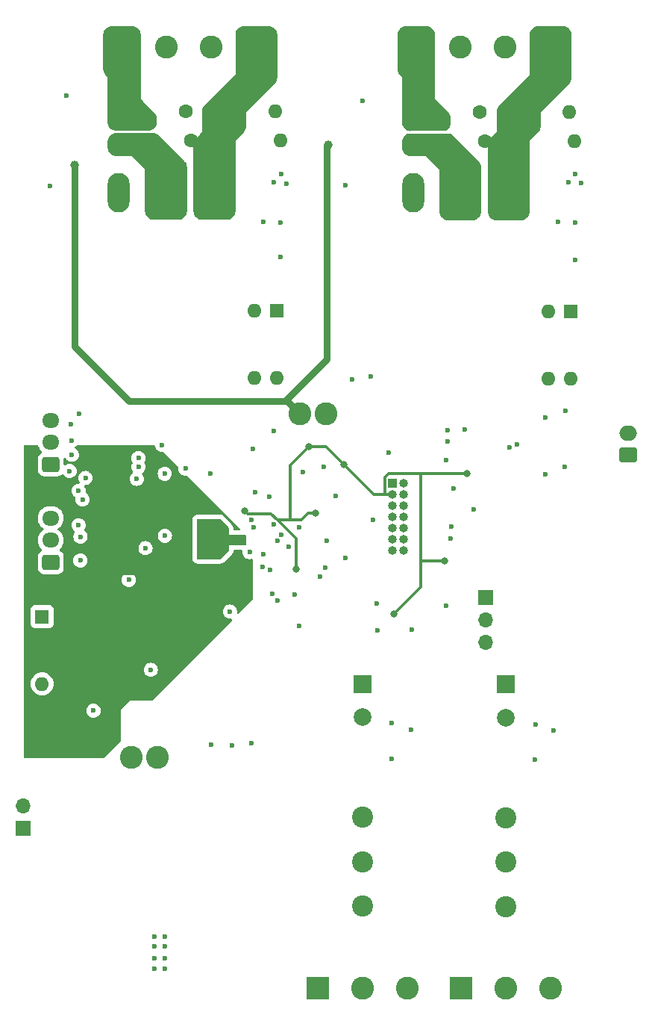
<source format=gbr>
%TF.GenerationSoftware,KiCad,Pcbnew,8.0.9-8.0.9-0~ubuntu24.04.1*%
%TF.CreationDate,2025-02-26T12:07:29+01:00*%
%TF.ProjectId,TempControllerMainBoard,54656d70-436f-46e7-9472-6f6c6c65724d,rev?*%
%TF.SameCoordinates,Original*%
%TF.FileFunction,Copper,L3,Inr*%
%TF.FilePolarity,Positive*%
%FSLAX46Y46*%
G04 Gerber Fmt 4.6, Leading zero omitted, Abs format (unit mm)*
G04 Created by KiCad (PCBNEW 8.0.9-8.0.9-0~ubuntu24.04.1) date 2025-02-26 12:07:29*
%MOMM*%
%LPD*%
G01*
G04 APERTURE LIST*
G04 Aperture macros list*
%AMRoundRect*
0 Rectangle with rounded corners*
0 $1 Rounding radius*
0 $2 $3 $4 $5 $6 $7 $8 $9 X,Y pos of 4 corners*
0 Add a 4 corners polygon primitive as box body*
4,1,4,$2,$3,$4,$5,$6,$7,$8,$9,$2,$3,0*
0 Add four circle primitives for the rounded corners*
1,1,$1+$1,$2,$3*
1,1,$1+$1,$4,$5*
1,1,$1+$1,$6,$7*
1,1,$1+$1,$8,$9*
0 Add four rect primitives between the rounded corners*
20,1,$1+$1,$2,$3,$4,$5,0*
20,1,$1+$1,$4,$5,$6,$7,0*
20,1,$1+$1,$6,$7,$8,$9,0*
20,1,$1+$1,$8,$9,$2,$3,0*%
G04 Aperture macros list end*
%TA.AperFunction,ComponentPad*%
%ADD10R,1.600000X1.600000*%
%TD*%
%TA.AperFunction,ComponentPad*%
%ADD11O,1.600000X1.600000*%
%TD*%
%TA.AperFunction,ComponentPad*%
%ADD12C,2.600000*%
%TD*%
%TA.AperFunction,ComponentPad*%
%ADD13C,1.600000*%
%TD*%
%TA.AperFunction,ComponentPad*%
%ADD14RoundRect,0.250000X0.725000X-0.600000X0.725000X0.600000X-0.725000X0.600000X-0.725000X-0.600000X0*%
%TD*%
%TA.AperFunction,ComponentPad*%
%ADD15O,1.950000X1.700000*%
%TD*%
%TA.AperFunction,ComponentPad*%
%ADD16C,2.400000*%
%TD*%
%TA.AperFunction,ComponentPad*%
%ADD17R,2.000000X2.000000*%
%TD*%
%TA.AperFunction,ComponentPad*%
%ADD18C,2.000000*%
%TD*%
%TA.AperFunction,ComponentPad*%
%ADD19R,1.700000X1.700000*%
%TD*%
%TA.AperFunction,ComponentPad*%
%ADD20O,1.700000X1.700000*%
%TD*%
%TA.AperFunction,ComponentPad*%
%ADD21RoundRect,0.250000X0.750000X-0.600000X0.750000X0.600000X-0.750000X0.600000X-0.750000X-0.600000X0*%
%TD*%
%TA.AperFunction,ComponentPad*%
%ADD22O,2.000000X1.700000*%
%TD*%
%TA.AperFunction,ComponentPad*%
%ADD23R,2.600000X2.600000*%
%TD*%
%TA.AperFunction,ComponentPad*%
%ADD24C,0.600000*%
%TD*%
%TA.AperFunction,ComponentPad*%
%ADD25R,1.000000X1.000000*%
%TD*%
%TA.AperFunction,ComponentPad*%
%ADD26O,1.000000X1.000000*%
%TD*%
%TA.AperFunction,ComponentPad*%
%ADD27R,2.500000X4.500000*%
%TD*%
%TA.AperFunction,ComponentPad*%
%ADD28O,2.500000X4.500000*%
%TD*%
%TA.AperFunction,ViaPad*%
%ADD29C,0.600000*%
%TD*%
%TA.AperFunction,ViaPad*%
%ADD30C,0.800000*%
%TD*%
%TA.AperFunction,ViaPad*%
%ADD31C,0.750000*%
%TD*%
%TA.AperFunction,ViaPad*%
%ADD32C,1.000000*%
%TD*%
%TA.AperFunction,Conductor*%
%ADD33C,0.300000*%
%TD*%
%TA.AperFunction,Conductor*%
%ADD34C,0.800000*%
%TD*%
G04 APERTURE END LIST*
D10*
%TO.N,Net-(R35-Pad2)*%
%TO.C,U4*%
X125675000Y-97300000D03*
D11*
%TO.N,Net-(Q13-C)*%
X123135000Y-97300000D03*
%TO.N,GND*%
X123135000Y-104920000D03*
%TO.N,/CH1_ZCD*%
X125675000Y-104920000D03*
%TD*%
D12*
%TO.N,+5V*%
%TO.C,L2*%
X131300000Y-109000000D03*
%TO.N,+5VA*%
X128300000Y-109000000D03*
%TD*%
D13*
%TO.N,/PowerOutout1/Main_L*%
%TO.C,R10*%
X149320000Y-78030000D03*
D11*
%TO.N,Net-(D17-K)*%
X159480000Y-78030000D03*
%TD*%
D14*
%TO.N,Net-(J7-Pin_1)*%
%TO.C,J7*%
X100050000Y-125800000D03*
D15*
%TO.N,Net-(J7-Pin_2)*%
X100050000Y-123300000D03*
%TO.N,GNDA*%
X100050000Y-120800000D03*
%TD*%
D14*
%TO.N,Net-(J6-Pin_1)*%
%TO.C,J6*%
X100050000Y-114700000D03*
D15*
%TO.N,Net-(J6-Pin_2)*%
X100050000Y-112200000D03*
%TO.N,GNDA*%
X100050000Y-109700000D03*
%TD*%
D16*
%TO.N,Net-(J5-Pin_1)*%
%TO.C,K1*%
X135450000Y-159760000D03*
%TO.N,Net-(J5-Pin_3)*%
X135450000Y-154720000D03*
%TO.N,Net-(J5-Pin_2)*%
X135450000Y-164800000D03*
D17*
%TO.N,+5V*%
X135450000Y-139600000D03*
D18*
%TO.N,Net-(D6-A)*%
X135450000Y-143380000D03*
%TD*%
D19*
%TO.N,/USART1_RX_PB15*%
%TO.C,J2*%
X149425000Y-129785000D03*
D20*
%TO.N,/USART1_TX_PB14*%
X149425000Y-132325000D03*
%TO.N,GND*%
X149425000Y-134865000D03*
%TD*%
D21*
%TO.N,/CANBus/CAN-*%
%TO.C,J9*%
X165550000Y-113650000D03*
D22*
%TO.N,/CANBus/CAN+*%
X165550000Y-111150000D03*
%TD*%
D23*
%TO.N,Net-(J5-Pin_1)*%
%TO.C,J5*%
X130365000Y-174050000D03*
D12*
%TO.N,Net-(J5-Pin_2)*%
X135445000Y-174050000D03*
%TO.N,Net-(J5-Pin_3)*%
X140525000Y-174050000D03*
%TD*%
D23*
%TO.N,Net-(J11-Pin_1)*%
%TO.C,J11*%
X146615000Y-174080000D03*
D12*
%TO.N,Net-(J11-Pin_2)*%
X151695000Y-174080000D03*
%TO.N,Net-(J11-Pin_3)*%
X156775000Y-174080000D03*
%TD*%
D16*
%TO.N,Net-(J11-Pin_1)*%
%TO.C,K2*%
X151700000Y-159790000D03*
%TO.N,Net-(J11-Pin_3)*%
X151700000Y-154750000D03*
%TO.N,Net-(J11-Pin_2)*%
X151700000Y-164830000D03*
D17*
%TO.N,+5V*%
X151700000Y-139630000D03*
D18*
%TO.N,Net-(D12-A)*%
X151700000Y-143410000D03*
%TD*%
D23*
%TO.N,/PowerOutout/Main_L_Detect*%
%TO.C,J3*%
X108060000Y-67400000D03*
D12*
%TO.N,/PowerOutout/Main_N*%
X113140000Y-67400000D03*
X118220000Y-67400000D03*
%TO.N,/PowerOutout/Main_L*%
X123300000Y-67400000D03*
%TD*%
D13*
%TO.N,/PowerOutout1/Main_N*%
%TO.C,R11*%
X148740000Y-74730000D03*
D11*
%TO.N,Net-(D15-A)*%
X158900000Y-74730000D03*
%TD*%
D19*
%TO.N,Net-(J10-Pin_1)*%
%TO.C,J10*%
X96900000Y-155975000D03*
D20*
%TO.N,GND*%
X96900000Y-153435000D03*
%TD*%
D10*
%TO.N,Net-(R36-Pad2)*%
%TO.C,U7*%
X159075000Y-97330000D03*
D11*
%TO.N,Net-(Q14-C)*%
X156535000Y-97330000D03*
%TO.N,GND*%
X156535000Y-104950000D03*
%TO.N,/CH2_ZCD*%
X159075000Y-104950000D03*
%TD*%
D10*
%TO.N,Net-(D8-K)*%
%TO.C,D8*%
X99055000Y-131965000D03*
D11*
%TO.N,Net-(D8-A)*%
X99055000Y-139585000D03*
%TD*%
D24*
%TO.N,GND*%
%TO.C,U12*%
X113000000Y-171875000D03*
X113000000Y-170675000D03*
X113000000Y-169375000D03*
X113000000Y-168275000D03*
X111800000Y-171875000D03*
X111800000Y-170675000D03*
X111800000Y-169375000D03*
X111800000Y-168275000D03*
%TD*%
D23*
%TO.N,/PowerOutout1/Main_L_Detect*%
%TO.C,J4*%
X141460000Y-67430000D03*
D12*
%TO.N,/PowerOutout1/Main_N*%
X146540000Y-67430000D03*
X151620000Y-67430000D03*
%TO.N,/PowerOutout1/Main_L*%
X156700000Y-67430000D03*
%TD*%
D25*
%TO.N,unconnected-(J1-NC-Pad1)*%
%TO.C,J1*%
X138830000Y-116850000D03*
D26*
%TO.N,unconnected-(J1-NC-Pad2)*%
X140100000Y-116850000D03*
%TO.N,+3.3V*%
X138830000Y-118120000D03*
%TO.N,SWDIO*%
X140100000Y-118120000D03*
%TO.N,GND*%
X138830000Y-119390000D03*
%TO.N,SWDCLK*%
X140100000Y-119390000D03*
%TO.N,GND*%
X138830000Y-120660000D03*
%TO.N,unconnected-(J1-JTDO{slash}SWO-Pad8)*%
X140100000Y-120660000D03*
%TO.N,unconnected-(J1-JRCLK{slash}NC-Pad9)*%
X138830000Y-121930000D03*
%TO.N,unconnected-(J1-JTDI{slash}NC-Pad10)*%
X140100000Y-121930000D03*
%TO.N,GND*%
X138830000Y-123200000D03*
%TO.N,NRST*%
X140100000Y-123200000D03*
%TO.N,unconnected-(J1-VCP_RX-Pad13)*%
X138830000Y-124470000D03*
%TO.N,unconnected-(J1-VCP_TX-Pad14)*%
X140100000Y-124470000D03*
%TD*%
D12*
%TO.N,+5V*%
%TO.C,L3*%
X112175000Y-147900000D03*
%TO.N,Net-(U14-EN)*%
X109175000Y-147900000D03*
%TD*%
D13*
%TO.N,/PowerOutout/Main_L*%
%TO.C,R4*%
X115920000Y-78000000D03*
D11*
%TO.N,Net-(D16-K)*%
X126080000Y-78000000D03*
%TD*%
D13*
%TO.N,/PowerOutout/Main_N*%
%TO.C,R5*%
X115340000Y-74700000D03*
D11*
%TO.N,Net-(D14-A)*%
X125500000Y-74700000D03*
%TD*%
D27*
%TO.N,/PowerOutout1/Main_L*%
%TO.C,Q3*%
X152050000Y-83940000D03*
D28*
%TO.N,/PowerOutout1/Main_L_OUT*%
X146600000Y-83940000D03*
%TO.N,Net-(Q3-G)*%
X141150000Y-83940000D03*
%TD*%
D27*
%TO.N,/PowerOutout/Main_L*%
%TO.C,Q1*%
X118650000Y-83910000D03*
D28*
%TO.N,/PowerOutout/Main_L_OUT*%
X113200000Y-83910000D03*
%TO.N,Net-(Q1-G)*%
X107750000Y-83910000D03*
%TD*%
D29*
%TO.N,GND*%
X124875000Y-118375000D03*
X140900000Y-144800000D03*
X145400000Y-123150000D03*
X128225000Y-121800000D03*
X123250000Y-117875000D03*
X158500000Y-108600000D03*
X138400000Y-113375000D03*
X144950000Y-130750000D03*
X157150000Y-144830000D03*
X117050000Y-123300000D03*
X152100000Y-112800000D03*
X155000000Y-148150000D03*
X141000000Y-133450000D03*
X136600000Y-120975000D03*
X127748991Y-129442419D03*
X138750000Y-148050000D03*
X158400000Y-115000000D03*
X145050000Y-112075000D03*
X136400000Y-104700000D03*
X137150000Y-133500000D03*
X137050000Y-130500000D03*
X148050000Y-119850000D03*
X145750000Y-117475000D03*
X128200000Y-133000000D03*
X122975000Y-112925000D03*
X118250000Y-146500000D03*
D30*
%TO.N,+3.3V*%
X129325000Y-112675000D03*
X138975000Y-131675000D03*
X144750000Y-125650000D03*
X130100000Y-120225000D03*
X147300000Y-115775000D03*
X122050000Y-119975000D03*
X127900000Y-126600000D03*
X133325000Y-114700000D03*
D31*
%TO.N,/PowerOutout/Main_L_Detect*%
X111100000Y-74750000D03*
X111600000Y-75500000D03*
X110100000Y-74750000D03*
X110600000Y-75500000D03*
X109600000Y-75500000D03*
X111100000Y-76250000D03*
X110100000Y-76250000D03*
D29*
%TO.N,Net-(Q4-B)*%
X131050000Y-114950000D03*
X134250000Y-105100000D03*
D30*
%TO.N,+3.3VA*%
X120400000Y-128200000D03*
X101200000Y-136000000D03*
X111800000Y-113800000D03*
X112400000Y-127400000D03*
X107600000Y-124400000D03*
X99750000Y-142750000D03*
X109200000Y-139000000D03*
D29*
%TO.N,NRST*%
X127050000Y-124015380D03*
%TO.N,/I2C1_SDA*%
X126184960Y-122653519D03*
X131350000Y-123365380D03*
%TO.N,Net-(Ra1-Pad1)*%
X109799984Y-116350000D03*
X112990652Y-115773735D03*
%TO.N,/CH1_ZCD*%
X128700000Y-115600000D03*
%TO.N,GNDA*%
X108905025Y-127800000D03*
X133450000Y-83025000D03*
X135400000Y-73525000D03*
X118125000Y-115775000D03*
X110000000Y-114000000D03*
X120400000Y-131400000D03*
X122612142Y-124650000D03*
X104900000Y-142625000D03*
X110800000Y-124200000D03*
X100000000Y-83150000D03*
X101800000Y-72875000D03*
X111400000Y-138000000D03*
D31*
%TO.N,/PowerOutout1/Main_L_Detect*%
X143500000Y-76280000D03*
X144500000Y-74780000D03*
X143000000Y-75530000D03*
X144500000Y-76280000D03*
X144000000Y-75530000D03*
X145000000Y-75530000D03*
X143500000Y-74780000D03*
D29*
%TO.N,/CH2_CURRENT_ADC*%
X125350000Y-110900000D03*
X124150000Y-124849785D03*
%TO.N,/CH2_ZCD*%
X132350000Y-118250000D03*
D31*
%TO.N,/PowerOutout/Main_L_OUT*%
X109500000Y-78500000D03*
X111000000Y-79250000D03*
X110000000Y-77750000D03*
X111000000Y-77750000D03*
X111500000Y-78500000D03*
X110500000Y-78500000D03*
X110000000Y-79250000D03*
%TO.N,/PowerOutout1/Main_L_OUT*%
X143900000Y-78530000D03*
X143400000Y-77780000D03*
X144400000Y-79280000D03*
X143400000Y-79280000D03*
X144400000Y-77780000D03*
X144900000Y-78530000D03*
X142900000Y-78530000D03*
D29*
%TO.N,/I2C1_SCL*%
X125745484Y-123376088D03*
X145500000Y-121750000D03*
%TO.N,/CAN_TX*%
X131175000Y-126400000D03*
X145125000Y-110800000D03*
D32*
%TO.N,+5VA*%
X102750000Y-80750000D03*
X131550000Y-78500000D03*
D29*
%TO.N,/TEMP_CH_SEL*%
X115333521Y-115185718D03*
X110000000Y-115000000D03*
%TO.N,/POWER_LED*%
X120600000Y-146575000D03*
X124131820Y-126336125D03*
%TO.N,/STATUS_LED*%
X122825000Y-146350000D03*
X124900000Y-126700000D03*
%TO.N,Net-(C17-Pad2)*%
X153000000Y-112450000D03*
X156150000Y-109400000D03*
X156175000Y-115850000D03*
%TO.N,Net-(D8-K)*%
X103984926Y-116249999D03*
X112700000Y-112500000D03*
%TO.N,Net-(J7-Pin_2)*%
X103425425Y-122900000D03*
X113000000Y-122800000D03*
%TO.N,Net-(Q6-S)*%
X102450000Y-113600000D03*
X103200000Y-117700000D03*
X102350000Y-110150000D03*
%TO.N,/R_{pt}_EN*%
X102400000Y-112000000D03*
X125333277Y-121502517D03*
X103400000Y-125600000D03*
%TO.N,/R_{max}_EN*%
X103650000Y-118680317D03*
X103300000Y-109000000D03*
X123072120Y-121827880D03*
%TO.N,/R_{min}_EN*%
X102184307Y-115453546D03*
X103199990Y-121600000D03*
X122805418Y-121020802D03*
%TO.N,/GPRelay_2_EN*%
X125150000Y-129400000D03*
X138700000Y-144000000D03*
%TO.N,Net-(D16-K)*%
X126200000Y-81800000D03*
X124200000Y-87200000D03*
%TO.N,Net-(D17-K)*%
X159600000Y-81830000D03*
X157600000Y-87230000D03*
%TO.N,Net-(D14-A)*%
X126150000Y-87300000D03*
X125400000Y-82700000D03*
%TO.N,Net-(D15-A)*%
X158800000Y-82730000D03*
X159550000Y-87330000D03*
%TO.N,Net-(D16-A)*%
X126100000Y-91200000D03*
X126800000Y-82900000D03*
%TO.N,Net-(D17-A)*%
X160200000Y-82800000D03*
X159600000Y-91500000D03*
%TO.N,/GPRelay_1_EN*%
X155100000Y-144200000D03*
X125750000Y-130100000D03*
%TO.N,/CAN_RX*%
X144917524Y-114192525D03*
X130625000Y-127400000D03*
%TO.N,/CAN_STBY*%
X133450000Y-125350000D03*
X147000000Y-110750000D03*
%TD*%
D33*
%TO.N,+3.3V*%
X125750000Y-121000000D02*
X125050000Y-120300000D01*
X138830000Y-118120000D02*
X138122894Y-118120000D01*
X125750000Y-121000000D02*
X127900000Y-123150000D01*
X127225000Y-120975000D02*
X127225000Y-114775000D01*
X138975000Y-131675000D02*
X142000000Y-128650000D01*
X133325000Y-114700000D02*
X136745000Y-118120000D01*
X129325000Y-112675000D02*
X131300000Y-112675000D01*
X128500000Y-120975000D02*
X129250000Y-120225000D01*
X127225000Y-120975000D02*
X126050000Y-120975000D01*
X122375000Y-120300000D02*
X122050000Y-119975000D01*
X126050000Y-120975000D02*
X126025000Y-121000000D01*
X126025000Y-121000000D02*
X125750000Y-121000000D01*
X136745000Y-118120000D02*
X138830000Y-118120000D01*
X127900000Y-123150000D02*
X127900000Y-126600000D01*
X142000000Y-115775000D02*
X147300000Y-115775000D01*
X144750000Y-125650000D02*
X142000000Y-125650000D01*
X138375000Y-115775000D02*
X142000000Y-115775000D01*
X131300000Y-112675000D02*
X133325000Y-114700000D01*
X138122894Y-118120000D02*
X137980000Y-117977106D01*
X127225000Y-120975000D02*
X128500000Y-120975000D01*
X137980000Y-116170000D02*
X138375000Y-115775000D01*
X127225000Y-114775000D02*
X129325000Y-112675000D01*
X142000000Y-125650000D02*
X142000000Y-115775000D01*
X137980000Y-117977106D02*
X137980000Y-116170000D01*
X129250000Y-120225000D02*
X130100000Y-120225000D01*
X125050000Y-120300000D02*
X122375000Y-120300000D01*
X142000000Y-128650000D02*
X142000000Y-125650000D01*
%TO.N,+3.3VA*%
X108400000Y-125800000D02*
X107600000Y-125000000D01*
X101600000Y-136400000D02*
X101200000Y-136000000D01*
X103000000Y-137800000D02*
X108000000Y-137800000D01*
X101800000Y-128800000D02*
X101200000Y-129400000D01*
X103500000Y-127100000D02*
X101800000Y-128800000D01*
X112400000Y-127400000D02*
X119600000Y-127400000D01*
X112400000Y-127400000D02*
X110000000Y-127400000D01*
X101200000Y-136000000D02*
X103000000Y-137800000D01*
X109700000Y-127100000D02*
X103500000Y-127100000D01*
X99750000Y-142750000D02*
X101600000Y-140900000D01*
X111800000Y-113800000D02*
X111800000Y-120200000D01*
X111800000Y-120200000D02*
X107600000Y-124400000D01*
X101600000Y-140900000D02*
X101600000Y-136400000D01*
X110000000Y-127400000D02*
X109700000Y-127100000D01*
X109700000Y-127100000D02*
X108400000Y-125800000D01*
X107600000Y-125000000D02*
X107600000Y-124400000D01*
X108000000Y-137800000D02*
X109200000Y-139000000D01*
X119600000Y-127400000D02*
X120400000Y-128200000D01*
X101200000Y-129400000D02*
X101200000Y-136000000D01*
D34*
%TO.N,+5VA*%
X108950000Y-107550000D02*
X120200000Y-107550000D01*
X104500000Y-103100000D02*
X108950000Y-107550000D01*
X102750000Y-80750000D02*
X102750000Y-101350000D01*
X131350000Y-102800000D02*
X131350000Y-81100000D01*
X130000000Y-104150000D02*
X131350000Y-102800000D01*
X126850000Y-107550000D02*
X128300000Y-109000000D01*
X126600000Y-107550000D02*
X126850000Y-107550000D01*
X131350000Y-81100000D02*
X131350000Y-78700000D01*
X131350000Y-78700000D02*
X131550000Y-78500000D01*
X126600000Y-107550000D02*
X130000000Y-104150000D01*
X102750000Y-101350000D02*
X104500000Y-103100000D01*
X120200000Y-107550000D02*
X126600000Y-107550000D01*
D33*
%TO.N,+5V*%
X151670000Y-139600000D02*
X151700000Y-139630000D01*
%TD*%
%TA.AperFunction,Conductor*%
%TO.N,/PowerOutout1/Main_L*%
G36*
X158156061Y-65030597D02*
G01*
X158332941Y-65048018D01*
X158356769Y-65052757D01*
X158521001Y-65102576D01*
X158543453Y-65111877D01*
X158694798Y-65192772D01*
X158715010Y-65206277D01*
X158847666Y-65315145D01*
X158864854Y-65332333D01*
X158973722Y-65464989D01*
X158987227Y-65485201D01*
X159068121Y-65636543D01*
X159077424Y-65659001D01*
X159127240Y-65823224D01*
X159131982Y-65847065D01*
X159149403Y-66023938D01*
X159150000Y-66036092D01*
X159150000Y-70859693D01*
X159149403Y-70871847D01*
X159131982Y-71048721D01*
X159127240Y-71072562D01*
X159077424Y-71236785D01*
X159068121Y-71259243D01*
X158987227Y-71410585D01*
X158973722Y-71430797D01*
X158860969Y-71568186D01*
X158852797Y-71577202D01*
X155942897Y-74487101D01*
X155942887Y-74487112D01*
X155650000Y-74780000D01*
X155650000Y-75194214D01*
X155650000Y-75194217D01*
X155650000Y-76359693D01*
X155649403Y-76371847D01*
X155631982Y-76548721D01*
X155627240Y-76572562D01*
X155577424Y-76736785D01*
X155568121Y-76759243D01*
X155487227Y-76910585D01*
X155473722Y-76930797D01*
X155360969Y-77068186D01*
X155352797Y-77077202D01*
X154692897Y-77737101D01*
X154692887Y-77737112D01*
X154400000Y-78030000D01*
X154400000Y-78444214D01*
X154400000Y-78444217D01*
X154400000Y-86023907D01*
X154399403Y-86036061D01*
X154381982Y-86212934D01*
X154377240Y-86236775D01*
X154327424Y-86400998D01*
X154318121Y-86423456D01*
X154237227Y-86574798D01*
X154223722Y-86595010D01*
X154114854Y-86727666D01*
X154097666Y-86744854D01*
X153965010Y-86853722D01*
X153944798Y-86867227D01*
X153793456Y-86948121D01*
X153770998Y-86957424D01*
X153606775Y-87007240D01*
X153582934Y-87011982D01*
X153406061Y-87029403D01*
X153393907Y-87030000D01*
X150656093Y-87030000D01*
X150643939Y-87029403D01*
X150467065Y-87011982D01*
X150443224Y-87007240D01*
X150279001Y-86957424D01*
X150256543Y-86948121D01*
X150105201Y-86867227D01*
X150084989Y-86853722D01*
X149952333Y-86744854D01*
X149935145Y-86727666D01*
X149826277Y-86595010D01*
X149812772Y-86574798D01*
X149731878Y-86423456D01*
X149722575Y-86400998D01*
X149672757Y-86236769D01*
X149668018Y-86212941D01*
X149650597Y-86036061D01*
X149650000Y-86023907D01*
X149650000Y-78450306D01*
X149650597Y-78438152D01*
X149668018Y-78261269D01*
X149672757Y-78237445D01*
X149722577Y-78073207D01*
X149731875Y-78050762D01*
X149812775Y-77899408D01*
X149826272Y-77879208D01*
X149939039Y-77741802D01*
X149947192Y-77732807D01*
X150357107Y-77322893D01*
X150650000Y-77030000D01*
X150650000Y-74700306D01*
X150650597Y-74688152D01*
X150655473Y-74638648D01*
X150668018Y-74511269D01*
X150672757Y-74487445D01*
X150722577Y-74323207D01*
X150731875Y-74300762D01*
X150812775Y-74149408D01*
X150826272Y-74129208D01*
X150939039Y-73991802D01*
X150947192Y-73982807D01*
X154107107Y-70822893D01*
X154400000Y-70530000D01*
X154400000Y-66036092D01*
X154400597Y-66023938D01*
X154418018Y-65847056D01*
X154422757Y-65823232D01*
X154472577Y-65658994D01*
X154481875Y-65636549D01*
X154562775Y-65485195D01*
X154576272Y-65464995D01*
X154685149Y-65332328D01*
X154702328Y-65315149D01*
X154834995Y-65206272D01*
X154855195Y-65192775D01*
X155006549Y-65111875D01*
X155028994Y-65102577D01*
X155193232Y-65052757D01*
X155217056Y-65048018D01*
X155393939Y-65030597D01*
X155406093Y-65030000D01*
X158143907Y-65030000D01*
X158156061Y-65030597D01*
G37*
%TD.AperFunction*%
%TD*%
%TA.AperFunction,Conductor*%
%TO.N,/PowerOutout/Main_L_OUT*%
G36*
X111641847Y-77150597D02*
G01*
X111650426Y-77151441D01*
X111818728Y-77168018D01*
X111842556Y-77172757D01*
X112006788Y-77222576D01*
X112029240Y-77231877D01*
X112180585Y-77312772D01*
X112200797Y-77326277D01*
X112338186Y-77439030D01*
X112347202Y-77447202D01*
X115202797Y-80302797D01*
X115210969Y-80311813D01*
X115323722Y-80449202D01*
X115337227Y-80469414D01*
X115418121Y-80620756D01*
X115427424Y-80643214D01*
X115477240Y-80807437D01*
X115481982Y-80831278D01*
X115499403Y-81008152D01*
X115500000Y-81020306D01*
X115500000Y-85993907D01*
X115499403Y-86006061D01*
X115481982Y-86182934D01*
X115477240Y-86206775D01*
X115427424Y-86370998D01*
X115418121Y-86393456D01*
X115337227Y-86544798D01*
X115323722Y-86565010D01*
X115214854Y-86697666D01*
X115197666Y-86714854D01*
X115065010Y-86823722D01*
X115044798Y-86837227D01*
X114893456Y-86918121D01*
X114870998Y-86927424D01*
X114706775Y-86977240D01*
X114682934Y-86981982D01*
X114506061Y-86999403D01*
X114493907Y-87000000D01*
X111756093Y-87000000D01*
X111743939Y-86999403D01*
X111567065Y-86981982D01*
X111543224Y-86977240D01*
X111379001Y-86927424D01*
X111356543Y-86918121D01*
X111205201Y-86837227D01*
X111184989Y-86823722D01*
X111052333Y-86714854D01*
X111035145Y-86697666D01*
X110926277Y-86565010D01*
X110912772Y-86544798D01*
X110831878Y-86393456D01*
X110822575Y-86370998D01*
X110772757Y-86206769D01*
X110768018Y-86182941D01*
X110750597Y-86006061D01*
X110750000Y-85993907D01*
X110750000Y-81664217D01*
X110750000Y-81664214D01*
X110750000Y-81250000D01*
X110457106Y-80957106D01*
X110457102Y-80957101D01*
X109542898Y-80042897D01*
X109542892Y-80042892D01*
X109250000Y-79750000D01*
X108835786Y-79750000D01*
X108835783Y-79750000D01*
X107506093Y-79750000D01*
X107493939Y-79749403D01*
X107317065Y-79731982D01*
X107293224Y-79727240D01*
X107129001Y-79677424D01*
X107106543Y-79668121D01*
X106955201Y-79587227D01*
X106934989Y-79573722D01*
X106802333Y-79464854D01*
X106785145Y-79447666D01*
X106676277Y-79315010D01*
X106662772Y-79294798D01*
X106581878Y-79143456D01*
X106572575Y-79120998D01*
X106522757Y-78956769D01*
X106518018Y-78932941D01*
X106500597Y-78756061D01*
X106500000Y-78743907D01*
X106500000Y-78156092D01*
X106500597Y-78143938D01*
X106518018Y-77967056D01*
X106522757Y-77943232D01*
X106572577Y-77778994D01*
X106581875Y-77756549D01*
X106662775Y-77605195D01*
X106676272Y-77584995D01*
X106785149Y-77452328D01*
X106802328Y-77435149D01*
X106934995Y-77326272D01*
X106955195Y-77312775D01*
X107106549Y-77231875D01*
X107128994Y-77222577D01*
X107293234Y-77172756D01*
X107317054Y-77168018D01*
X107454738Y-77154457D01*
X107476004Y-77154197D01*
X107481404Y-77154595D01*
X107493558Y-77155192D01*
X107506093Y-77155500D01*
X107506113Y-77155500D01*
X111118887Y-77155500D01*
X111118907Y-77155500D01*
X111131443Y-77155192D01*
X111143596Y-77154595D01*
X111156108Y-77153672D01*
X111156115Y-77153671D01*
X111156119Y-77153671D01*
X111187307Y-77150598D01*
X111199467Y-77150000D01*
X111629693Y-77150000D01*
X111641847Y-77150597D01*
G37*
%TD.AperFunction*%
%TD*%
%TA.AperFunction,Conductor*%
%TO.N,/PowerOutout1/Main_L_Detect*%
G36*
X142656061Y-65030597D02*
G01*
X142832941Y-65048018D01*
X142856769Y-65052757D01*
X143021001Y-65102576D01*
X143043453Y-65111877D01*
X143194798Y-65192772D01*
X143215010Y-65206277D01*
X143347666Y-65315145D01*
X143364854Y-65332333D01*
X143473722Y-65464989D01*
X143487227Y-65485201D01*
X143568121Y-65636543D01*
X143577424Y-65659001D01*
X143627240Y-65823224D01*
X143631982Y-65847065D01*
X143649403Y-66023938D01*
X143650000Y-66036092D01*
X143650000Y-73280000D01*
X143942892Y-73572892D01*
X143942897Y-73572898D01*
X145152797Y-74782797D01*
X145160969Y-74791813D01*
X145273722Y-74929202D01*
X145287227Y-74949414D01*
X145368121Y-75100756D01*
X145377424Y-75123214D01*
X145427240Y-75287437D01*
X145431982Y-75311278D01*
X145449403Y-75488152D01*
X145450000Y-75500306D01*
X145450000Y-75998907D01*
X145449403Y-76011062D01*
X145433423Y-76173304D01*
X145428681Y-76197144D01*
X145383134Y-76347295D01*
X145373831Y-76369754D01*
X145299865Y-76508132D01*
X145286361Y-76528342D01*
X145186822Y-76649632D01*
X145169632Y-76666822D01*
X145048342Y-76766361D01*
X145028132Y-76779865D01*
X144889754Y-76853831D01*
X144867295Y-76863134D01*
X144717144Y-76908681D01*
X144693304Y-76913423D01*
X144586903Y-76923903D01*
X144574748Y-76924500D01*
X140906093Y-76924500D01*
X140897448Y-76924712D01*
X140893549Y-76924808D01*
X140881377Y-76925406D01*
X140875995Y-76925803D01*
X140854736Y-76925541D01*
X140717064Y-76911982D01*
X140693224Y-76907240D01*
X140547824Y-76863134D01*
X140529001Y-76857424D01*
X140506543Y-76848121D01*
X140355201Y-76767227D01*
X140334989Y-76753722D01*
X140202333Y-76644854D01*
X140185145Y-76627666D01*
X140076277Y-76495010D01*
X140062772Y-76474798D01*
X139981878Y-76323456D01*
X139972575Y-76300998D01*
X139941072Y-76197144D01*
X139922757Y-76136769D01*
X139918018Y-76112941D01*
X139900597Y-75936061D01*
X139900000Y-75923907D01*
X139900000Y-71133556D01*
X139900000Y-71133553D01*
X139900000Y-70780000D01*
X139650000Y-70530000D01*
X139551596Y-70410093D01*
X139538092Y-70389883D01*
X139470728Y-70263853D01*
X139461430Y-70241409D01*
X139419943Y-70104644D01*
X139415204Y-70080818D01*
X139400597Y-69932508D01*
X139400000Y-69920354D01*
X139400000Y-66036092D01*
X139400597Y-66023938D01*
X139418018Y-65847056D01*
X139422757Y-65823232D01*
X139472577Y-65658994D01*
X139481875Y-65636549D01*
X139562775Y-65485195D01*
X139576272Y-65464995D01*
X139685149Y-65332328D01*
X139702328Y-65315149D01*
X139834995Y-65206272D01*
X139855195Y-65192775D01*
X140006549Y-65111875D01*
X140028994Y-65102577D01*
X140193232Y-65052757D01*
X140217056Y-65048018D01*
X140393939Y-65030597D01*
X140406093Y-65030000D01*
X142643907Y-65030000D01*
X142656061Y-65030597D01*
G37*
%TD.AperFunction*%
%TD*%
%TA.AperFunction,Conductor*%
%TO.N,/PowerOutout1/Main_L_OUT*%
G36*
X145041847Y-77180597D02*
G01*
X145218728Y-77198018D01*
X145242556Y-77202757D01*
X145406788Y-77252576D01*
X145429240Y-77261877D01*
X145580585Y-77342772D01*
X145600797Y-77356277D01*
X145738186Y-77469030D01*
X145747202Y-77477202D01*
X148602797Y-80332797D01*
X148610969Y-80341813D01*
X148723722Y-80479202D01*
X148737227Y-80499414D01*
X148818121Y-80650756D01*
X148827424Y-80673214D01*
X148877240Y-80837437D01*
X148881982Y-80861278D01*
X148899403Y-81038152D01*
X148900000Y-81050306D01*
X148900000Y-86023907D01*
X148899403Y-86036061D01*
X148881982Y-86212934D01*
X148877240Y-86236775D01*
X148827424Y-86400998D01*
X148818121Y-86423456D01*
X148737227Y-86574798D01*
X148723722Y-86595010D01*
X148614854Y-86727666D01*
X148597666Y-86744854D01*
X148465010Y-86853722D01*
X148444798Y-86867227D01*
X148293456Y-86948121D01*
X148270998Y-86957424D01*
X148106775Y-87007240D01*
X148082934Y-87011982D01*
X147906061Y-87029403D01*
X147893907Y-87030000D01*
X145156093Y-87030000D01*
X145143939Y-87029403D01*
X144967065Y-87011982D01*
X144943224Y-87007240D01*
X144779001Y-86957424D01*
X144756543Y-86948121D01*
X144605201Y-86867227D01*
X144584989Y-86853722D01*
X144452333Y-86744854D01*
X144435145Y-86727666D01*
X144326277Y-86595010D01*
X144312772Y-86574798D01*
X144231878Y-86423456D01*
X144222575Y-86400998D01*
X144172757Y-86236769D01*
X144168018Y-86212941D01*
X144150597Y-86036061D01*
X144150000Y-86023907D01*
X144150000Y-81694217D01*
X144150000Y-81694214D01*
X144150000Y-81280000D01*
X143857106Y-80987106D01*
X143857102Y-80987101D01*
X142942898Y-80072897D01*
X142942892Y-80072892D01*
X142650000Y-79780000D01*
X142235786Y-79780000D01*
X142235783Y-79780000D01*
X140906093Y-79780000D01*
X140893939Y-79779403D01*
X140717065Y-79761982D01*
X140693224Y-79757240D01*
X140529001Y-79707424D01*
X140506543Y-79698121D01*
X140355201Y-79617227D01*
X140334989Y-79603722D01*
X140202333Y-79494854D01*
X140185145Y-79477666D01*
X140076277Y-79345010D01*
X140062772Y-79324798D01*
X139981878Y-79173456D01*
X139972575Y-79150998D01*
X139922757Y-78986769D01*
X139918018Y-78962941D01*
X139900597Y-78786061D01*
X139900000Y-78773907D01*
X139900000Y-78186092D01*
X139900597Y-78173938D01*
X139918018Y-77997056D01*
X139922757Y-77973232D01*
X139972577Y-77808994D01*
X139981875Y-77786549D01*
X140062775Y-77635195D01*
X140076272Y-77614995D01*
X140185149Y-77482328D01*
X140202328Y-77465149D01*
X140334995Y-77356272D01*
X140355195Y-77342775D01*
X140506549Y-77261875D01*
X140528994Y-77252577D01*
X140693232Y-77202757D01*
X140717056Y-77198018D01*
X140893939Y-77180597D01*
X140906093Y-77180000D01*
X145029693Y-77180000D01*
X145041847Y-77180597D01*
G37*
%TD.AperFunction*%
%TD*%
%TA.AperFunction,Conductor*%
%TO.N,GND*%
G36*
X119290677Y-120919685D02*
G01*
X119311319Y-120936319D01*
X120213681Y-121838681D01*
X120247166Y-121900004D01*
X120250000Y-121926362D01*
X120250000Y-122725000D01*
X122126000Y-122725000D01*
X122193039Y-122744685D01*
X122238794Y-122797489D01*
X122250000Y-122849000D01*
X122250000Y-123776000D01*
X122230315Y-123843039D01*
X122177511Y-123888794D01*
X122126000Y-123900000D01*
X120250000Y-123900000D01*
X120272655Y-124443728D01*
X120255778Y-124511529D01*
X120234167Y-124538790D01*
X119310895Y-125415900D01*
X119248734Y-125447802D01*
X119225490Y-125450000D01*
X116724000Y-125450000D01*
X116656961Y-125430315D01*
X116611206Y-125377511D01*
X116600000Y-125326000D01*
X116600000Y-121024000D01*
X116619685Y-120956961D01*
X116672489Y-120911206D01*
X116724000Y-120900000D01*
X119223638Y-120900000D01*
X119290677Y-120919685D01*
G37*
%TD.AperFunction*%
%TD*%
%TA.AperFunction,Conductor*%
%TO.N,/PowerOutout/Main_L*%
G36*
X124756061Y-65000597D02*
G01*
X124932941Y-65018018D01*
X124956769Y-65022757D01*
X125121001Y-65072576D01*
X125143453Y-65081877D01*
X125294798Y-65162772D01*
X125315010Y-65176277D01*
X125447666Y-65285145D01*
X125464854Y-65302333D01*
X125573722Y-65434989D01*
X125587227Y-65455201D01*
X125668121Y-65606543D01*
X125677424Y-65629001D01*
X125727240Y-65793224D01*
X125731982Y-65817065D01*
X125749403Y-65993938D01*
X125750000Y-66006092D01*
X125750000Y-70829693D01*
X125749403Y-70841847D01*
X125731982Y-71018721D01*
X125727240Y-71042562D01*
X125677424Y-71206785D01*
X125668121Y-71229243D01*
X125587227Y-71380585D01*
X125573722Y-71400797D01*
X125460969Y-71538186D01*
X125452797Y-71547202D01*
X122542897Y-74457101D01*
X122542887Y-74457112D01*
X122250000Y-74750000D01*
X122250000Y-75164214D01*
X122250000Y-75164217D01*
X122250000Y-76329693D01*
X122249403Y-76341847D01*
X122231982Y-76518721D01*
X122227240Y-76542562D01*
X122177424Y-76706785D01*
X122168121Y-76729243D01*
X122087227Y-76880585D01*
X122073722Y-76900797D01*
X121960969Y-77038186D01*
X121952797Y-77047202D01*
X121292897Y-77707101D01*
X121292887Y-77707112D01*
X121000000Y-78000000D01*
X121000000Y-78414214D01*
X121000000Y-78414217D01*
X121000000Y-85993907D01*
X120999403Y-86006061D01*
X120981982Y-86182934D01*
X120977240Y-86206775D01*
X120927424Y-86370998D01*
X120918121Y-86393456D01*
X120837227Y-86544798D01*
X120823722Y-86565010D01*
X120714854Y-86697666D01*
X120697666Y-86714854D01*
X120565010Y-86823722D01*
X120544798Y-86837227D01*
X120393456Y-86918121D01*
X120370998Y-86927424D01*
X120206775Y-86977240D01*
X120182934Y-86981982D01*
X120006061Y-86999403D01*
X119993907Y-87000000D01*
X117256093Y-87000000D01*
X117243939Y-86999403D01*
X117067065Y-86981982D01*
X117043224Y-86977240D01*
X116879001Y-86927424D01*
X116856543Y-86918121D01*
X116705201Y-86837227D01*
X116684989Y-86823722D01*
X116552333Y-86714854D01*
X116535145Y-86697666D01*
X116426277Y-86565010D01*
X116412772Y-86544798D01*
X116331878Y-86393456D01*
X116322575Y-86370998D01*
X116272757Y-86206769D01*
X116268018Y-86182941D01*
X116250597Y-86006061D01*
X116250000Y-85993907D01*
X116250000Y-78420306D01*
X116250597Y-78408152D01*
X116268018Y-78231269D01*
X116272757Y-78207445D01*
X116322577Y-78043207D01*
X116331875Y-78020762D01*
X116412775Y-77869408D01*
X116426272Y-77849208D01*
X116539039Y-77711802D01*
X116547192Y-77702807D01*
X116957107Y-77292893D01*
X117250000Y-77000000D01*
X117250000Y-74670306D01*
X117250597Y-74658152D01*
X117255473Y-74608648D01*
X117268018Y-74481269D01*
X117272757Y-74457445D01*
X117322577Y-74293207D01*
X117331875Y-74270762D01*
X117412775Y-74119408D01*
X117426272Y-74099208D01*
X117539039Y-73961802D01*
X117547192Y-73952807D01*
X120707107Y-70792893D01*
X121000000Y-70500000D01*
X121000000Y-66006092D01*
X121000597Y-65993938D01*
X121018018Y-65817056D01*
X121022757Y-65793232D01*
X121072577Y-65628994D01*
X121081875Y-65606549D01*
X121162775Y-65455195D01*
X121176272Y-65434995D01*
X121285149Y-65302328D01*
X121302328Y-65285149D01*
X121434995Y-65176272D01*
X121455195Y-65162775D01*
X121606549Y-65081875D01*
X121628994Y-65072577D01*
X121793232Y-65022757D01*
X121817056Y-65018018D01*
X121993939Y-65000597D01*
X122006093Y-65000000D01*
X124743907Y-65000000D01*
X124756061Y-65000597D01*
G37*
%TD.AperFunction*%
%TD*%
%TA.AperFunction,Conductor*%
%TO.N,/PowerOutout/Main_L_Detect*%
G36*
X109256061Y-65000597D02*
G01*
X109432941Y-65018018D01*
X109456769Y-65022757D01*
X109621001Y-65072576D01*
X109643453Y-65081877D01*
X109794798Y-65162772D01*
X109815010Y-65176277D01*
X109947666Y-65285145D01*
X109964854Y-65302333D01*
X110073722Y-65434989D01*
X110087227Y-65455201D01*
X110168121Y-65606543D01*
X110177424Y-65629001D01*
X110227240Y-65793224D01*
X110231982Y-65817065D01*
X110249403Y-65993938D01*
X110250000Y-66006092D01*
X110250000Y-73250000D01*
X110542892Y-73542892D01*
X110542897Y-73542898D01*
X111752797Y-74752797D01*
X111760969Y-74761813D01*
X111873722Y-74899202D01*
X111887227Y-74919414D01*
X111968121Y-75070756D01*
X111977424Y-75093214D01*
X112027240Y-75257437D01*
X112031982Y-75281278D01*
X112049403Y-75458152D01*
X112050000Y-75470306D01*
X112050000Y-75968907D01*
X112049403Y-75981062D01*
X112033423Y-76143304D01*
X112028681Y-76167144D01*
X111983134Y-76317295D01*
X111973831Y-76339754D01*
X111899865Y-76478132D01*
X111886361Y-76498342D01*
X111786822Y-76619632D01*
X111769632Y-76636822D01*
X111648342Y-76736361D01*
X111628132Y-76749865D01*
X111489754Y-76823831D01*
X111467295Y-76833134D01*
X111317144Y-76878681D01*
X111293304Y-76883423D01*
X111173715Y-76895201D01*
X111131060Y-76899403D01*
X111118907Y-76900000D01*
X107506093Y-76900000D01*
X107493939Y-76899403D01*
X107317065Y-76881982D01*
X107293224Y-76877240D01*
X107129001Y-76827424D01*
X107106543Y-76818121D01*
X106955201Y-76737227D01*
X106934989Y-76723722D01*
X106802333Y-76614854D01*
X106785145Y-76597666D01*
X106676277Y-76465010D01*
X106662772Y-76444798D01*
X106581878Y-76293456D01*
X106572575Y-76270998D01*
X106541072Y-76167144D01*
X106522757Y-76106769D01*
X106518018Y-76082941D01*
X106500597Y-75906061D01*
X106500000Y-75893907D01*
X106500000Y-71103556D01*
X106500000Y-71103553D01*
X106500000Y-70750000D01*
X106250000Y-70500000D01*
X106151596Y-70380093D01*
X106138092Y-70359883D01*
X106070728Y-70233853D01*
X106061430Y-70211409D01*
X106019943Y-70074644D01*
X106015204Y-70050818D01*
X106000597Y-69902508D01*
X106000000Y-69890354D01*
X106000000Y-66006092D01*
X106000597Y-65993938D01*
X106018018Y-65817056D01*
X106022757Y-65793232D01*
X106072577Y-65628994D01*
X106081875Y-65606549D01*
X106162775Y-65455195D01*
X106176272Y-65434995D01*
X106285149Y-65302328D01*
X106302328Y-65285149D01*
X106434995Y-65176272D01*
X106455195Y-65162775D01*
X106606549Y-65081875D01*
X106628994Y-65072577D01*
X106793232Y-65022757D01*
X106817056Y-65018018D01*
X106993939Y-65000597D01*
X107006093Y-65000000D01*
X109243907Y-65000000D01*
X109256061Y-65000597D01*
G37*
%TD.AperFunction*%
%TD*%
%TA.AperFunction,Conductor*%
%TO.N,+3.3VA*%
G36*
X98579425Y-112519685D02*
G01*
X98625180Y-112572489D01*
X98630312Y-112585669D01*
X98660734Y-112679297D01*
X98673444Y-112718414D01*
X98769951Y-112907820D01*
X98894890Y-113079786D01*
X99033705Y-113218601D01*
X99067190Y-113279924D01*
X99062206Y-113349616D01*
X99020334Y-113405549D01*
X99011121Y-113411821D01*
X98856342Y-113507289D01*
X98732289Y-113631342D01*
X98640187Y-113780663D01*
X98640186Y-113780666D01*
X98585001Y-113947203D01*
X98585001Y-113947204D01*
X98585000Y-113947204D01*
X98574500Y-114049983D01*
X98574500Y-115350001D01*
X98574501Y-115350018D01*
X98585000Y-115452796D01*
X98585001Y-115452799D01*
X98640185Y-115619331D01*
X98640187Y-115619336D01*
X98646649Y-115629813D01*
X98732288Y-115768656D01*
X98856344Y-115892712D01*
X99005666Y-115984814D01*
X99172203Y-116039999D01*
X99274991Y-116050500D01*
X100825008Y-116050499D01*
X100927797Y-116039999D01*
X101094334Y-115984814D01*
X101243656Y-115892712D01*
X101300253Y-115836114D01*
X101361572Y-115802632D01*
X101431264Y-115807616D01*
X101487198Y-115849487D01*
X101492922Y-115857822D01*
X101554491Y-115955808D01*
X101682045Y-116083362D01*
X101834785Y-116179335D01*
X102005052Y-116238914D01*
X102005057Y-116238915D01*
X102184303Y-116259111D01*
X102184307Y-116259111D01*
X102184311Y-116259111D01*
X102363556Y-116238915D01*
X102363559Y-116238914D01*
X102363562Y-116238914D01*
X102533829Y-116179335D01*
X102686569Y-116083362D01*
X102814123Y-115955808D01*
X102910096Y-115803068D01*
X102969675Y-115632801D01*
X102969676Y-115632795D01*
X102989872Y-115453549D01*
X102989872Y-115453542D01*
X102969676Y-115274296D01*
X102969675Y-115274291D01*
X102936418Y-115179249D01*
X102910096Y-115104024D01*
X102814123Y-114951284D01*
X102686569Y-114823730D01*
X102650966Y-114801359D01*
X102533830Y-114727757D01*
X102363561Y-114668177D01*
X102363556Y-114668176D01*
X102184311Y-114647981D01*
X102184303Y-114647981D01*
X102005057Y-114668176D01*
X102005052Y-114668177D01*
X101834783Y-114727757D01*
X101715471Y-114802727D01*
X101648234Y-114821727D01*
X101581399Y-114801359D01*
X101536185Y-114748092D01*
X101525499Y-114697733D01*
X101525499Y-114063687D01*
X101545184Y-113996648D01*
X101597988Y-113950893D01*
X101667146Y-113940949D01*
X101730702Y-113969974D01*
X101754491Y-113997713D01*
X101820184Y-114102262D01*
X101947738Y-114229816D01*
X102100478Y-114325789D01*
X102168309Y-114349524D01*
X102270745Y-114385368D01*
X102270750Y-114385369D01*
X102449996Y-114405565D01*
X102450000Y-114405565D01*
X102450004Y-114405565D01*
X102629249Y-114385369D01*
X102629252Y-114385368D01*
X102629255Y-114385368D01*
X102799522Y-114325789D01*
X102952262Y-114229816D01*
X103079816Y-114102262D01*
X103175789Y-113949522D01*
X103235368Y-113779255D01*
X103240854Y-113730565D01*
X103255565Y-113600003D01*
X103255565Y-113599996D01*
X103235369Y-113420750D01*
X103235368Y-113420745D01*
X103206099Y-113337100D01*
X103175789Y-113250478D01*
X103153265Y-113214632D01*
X103079815Y-113097737D01*
X102952262Y-112970184D01*
X102823512Y-112889285D01*
X102777221Y-112836950D01*
X102766573Y-112767897D01*
X102794948Y-112704048D01*
X102823511Y-112679298D01*
X102902262Y-112629816D01*
X102995759Y-112536319D01*
X103057082Y-112502834D01*
X103083440Y-112500000D01*
X111783622Y-112500000D01*
X111850661Y-112519685D01*
X111896416Y-112572489D01*
X111906842Y-112610117D01*
X111914630Y-112679250D01*
X111914631Y-112679254D01*
X111974211Y-112849523D01*
X112021637Y-112925000D01*
X112070184Y-113002262D01*
X112197738Y-113129816D01*
X112288080Y-113186582D01*
X112339036Y-113218600D01*
X112350478Y-113225789D01*
X112488860Y-113274211D01*
X112520745Y-113285368D01*
X112520750Y-113285369D01*
X112699996Y-113305565D01*
X112700000Y-113305565D01*
X112700001Y-113305565D01*
X112709318Y-113304515D01*
X112735535Y-113301561D01*
X112804356Y-113313615D01*
X112837100Y-113337100D01*
X114501706Y-115001706D01*
X114535191Y-115063029D01*
X114537245Y-115103270D01*
X114527956Y-115185715D01*
X114527956Y-115185721D01*
X114548151Y-115364967D01*
X114548152Y-115364972D01*
X114607732Y-115535241D01*
X114685584Y-115659141D01*
X114703705Y-115687980D01*
X114831259Y-115815534D01*
X114885295Y-115849487D01*
X114966441Y-115900475D01*
X114983999Y-115911507D01*
X115102548Y-115952989D01*
X115154266Y-115971086D01*
X115154271Y-115971087D01*
X115333518Y-115991283D01*
X115333521Y-115991283D01*
X115333522Y-115991283D01*
X115344095Y-115990091D01*
X115415968Y-115981993D01*
X115484788Y-115994047D01*
X115517532Y-116017532D01*
X121507819Y-122007819D01*
X121541304Y-122069142D01*
X121536320Y-122138834D01*
X121494448Y-122194767D01*
X121428984Y-122219184D01*
X121420138Y-122219500D01*
X120879500Y-122219500D01*
X120812461Y-122199815D01*
X120766706Y-122147011D01*
X120755500Y-122095500D01*
X120755500Y-121926359D01*
X120752602Y-121872311D01*
X120752602Y-121872310D01*
X120749770Y-121845977D01*
X120749767Y-121845950D01*
X120741114Y-121792554D01*
X120741114Y-121792552D01*
X120699056Y-121679792D01*
X120690832Y-121657743D01*
X120657347Y-121596420D01*
X120571123Y-121481239D01*
X120571118Y-121481234D01*
X120571113Y-121481228D01*
X119668776Y-120578892D01*
X119668761Y-120578877D01*
X119668737Y-120578855D01*
X119628519Y-120542728D01*
X119628507Y-120542718D01*
X119607856Y-120526076D01*
X119563974Y-120494433D01*
X119433100Y-120434663D01*
X119366055Y-120414976D01*
X119303985Y-120406052D01*
X119223638Y-120394500D01*
X116724000Y-120394500D01*
X116723991Y-120394500D01*
X116723990Y-120394501D01*
X116616549Y-120406052D01*
X116616537Y-120406054D01*
X116565027Y-120417260D01*
X116462502Y-120451383D01*
X116462496Y-120451386D01*
X116341462Y-120529171D01*
X116341451Y-120529179D01*
X116288659Y-120574923D01*
X116194433Y-120683664D01*
X116194430Y-120683668D01*
X116134664Y-120814534D01*
X116114976Y-120881582D01*
X116102237Y-120970184D01*
X116094500Y-121024000D01*
X116094500Y-125326000D01*
X116094501Y-125326009D01*
X116106052Y-125433450D01*
X116106054Y-125433462D01*
X116117260Y-125484972D01*
X116151383Y-125587497D01*
X116151386Y-125587503D01*
X116229171Y-125708537D01*
X116229179Y-125708548D01*
X116274923Y-125761340D01*
X116274926Y-125761343D01*
X116274930Y-125761347D01*
X116383664Y-125855567D01*
X116383667Y-125855568D01*
X116383668Y-125855569D01*
X116405700Y-125865631D01*
X116514541Y-125915338D01*
X116581580Y-125935023D01*
X116581584Y-125935024D01*
X116724000Y-125955500D01*
X116724003Y-125955500D01*
X119225491Y-125955500D01*
X119230248Y-125955275D01*
X119273079Y-125953255D01*
X119273099Y-125953253D01*
X119273116Y-125953252D01*
X119296316Y-125951058D01*
X119343478Y-125944344D01*
X119343479Y-125944343D01*
X119343490Y-125944342D01*
X119479543Y-125897533D01*
X119541704Y-125865631D01*
X119659058Y-125782387D01*
X120582330Y-124905277D01*
X120630294Y-124852818D01*
X120651905Y-124825557D01*
X120692039Y-124766885D01*
X120746309Y-124633632D01*
X120762610Y-124568143D01*
X120763158Y-124566109D01*
X120763186Y-124565830D01*
X120763187Y-124565829D01*
X120768146Y-124516977D01*
X120794500Y-124452268D01*
X120851655Y-124412080D01*
X120891512Y-124405500D01*
X121695369Y-124405500D01*
X121762408Y-124425185D01*
X121808163Y-124477989D01*
X121818589Y-124543383D01*
X121806577Y-124649996D01*
X121806577Y-124650003D01*
X121826772Y-124829249D01*
X121826773Y-124829254D01*
X121886353Y-124999523D01*
X121948066Y-125097738D01*
X121982326Y-125152262D01*
X122109880Y-125279816D01*
X122262620Y-125375789D01*
X122379057Y-125416532D01*
X122432887Y-125435368D01*
X122432892Y-125435369D01*
X122612138Y-125455565D01*
X122612142Y-125455565D01*
X122612146Y-125455565D01*
X122791391Y-125435369D01*
X122791393Y-125435368D01*
X122791397Y-125435368D01*
X122835044Y-125420094D01*
X122904822Y-125416532D01*
X122965450Y-125451260D01*
X122997678Y-125513253D01*
X123000000Y-125537136D01*
X123000000Y-129948638D01*
X122980315Y-130015677D01*
X122963681Y-130036319D01*
X121406058Y-131593941D01*
X121344735Y-131627426D01*
X121275043Y-131622442D01*
X121219110Y-131580570D01*
X121194693Y-131515106D01*
X121195157Y-131492376D01*
X121205565Y-131400002D01*
X121205565Y-131399996D01*
X121185369Y-131220750D01*
X121185368Y-131220745D01*
X121149109Y-131117123D01*
X121125789Y-131050478D01*
X121029816Y-130897738D01*
X120902262Y-130770184D01*
X120749523Y-130674211D01*
X120579254Y-130614631D01*
X120579249Y-130614630D01*
X120400004Y-130594435D01*
X120399996Y-130594435D01*
X120220750Y-130614630D01*
X120220745Y-130614631D01*
X120050476Y-130674211D01*
X119897737Y-130770184D01*
X119770184Y-130897737D01*
X119674211Y-131050476D01*
X119614631Y-131220745D01*
X119614630Y-131220750D01*
X119594435Y-131399996D01*
X119594435Y-131400003D01*
X119614630Y-131579249D01*
X119614631Y-131579254D01*
X119674211Y-131749523D01*
X119770184Y-131902262D01*
X119897738Y-132029816D01*
X120050478Y-132125789D01*
X120220745Y-132185368D01*
X120220750Y-132185369D01*
X120399996Y-132205565D01*
X120400000Y-132205565D01*
X120400003Y-132205565D01*
X120492376Y-132195157D01*
X120561198Y-132207211D01*
X120612578Y-132254560D01*
X120630202Y-132322171D01*
X120608476Y-132388577D01*
X120593941Y-132406058D01*
X111536319Y-141463681D01*
X111474996Y-141497166D01*
X111448638Y-141500000D01*
X108999999Y-141500000D01*
X108000000Y-142499999D01*
X108000000Y-145948638D01*
X107980315Y-146015677D01*
X107963681Y-146036319D01*
X106036319Y-147963681D01*
X105974996Y-147997166D01*
X105948638Y-148000000D01*
X97124000Y-148000000D01*
X97056961Y-147980315D01*
X97011206Y-147927511D01*
X97000000Y-147876000D01*
X97000000Y-142624996D01*
X104094435Y-142624996D01*
X104094435Y-142625003D01*
X104114630Y-142804249D01*
X104114631Y-142804254D01*
X104174211Y-142974523D01*
X104270184Y-143127262D01*
X104397738Y-143254816D01*
X104550478Y-143350789D01*
X104720745Y-143410368D01*
X104720750Y-143410369D01*
X104899996Y-143430565D01*
X104900000Y-143430565D01*
X104900004Y-143430565D01*
X105079249Y-143410369D01*
X105079252Y-143410368D01*
X105079255Y-143410368D01*
X105249522Y-143350789D01*
X105402262Y-143254816D01*
X105529816Y-143127262D01*
X105625789Y-142974522D01*
X105685368Y-142804255D01*
X105705565Y-142625000D01*
X105685368Y-142445745D01*
X105625789Y-142275478D01*
X105529816Y-142122738D01*
X105402262Y-141995184D01*
X105249523Y-141899211D01*
X105079254Y-141839631D01*
X105079249Y-141839630D01*
X104900004Y-141819435D01*
X104899996Y-141819435D01*
X104720750Y-141839630D01*
X104720745Y-141839631D01*
X104550476Y-141899211D01*
X104397737Y-141995184D01*
X104270184Y-142122737D01*
X104174211Y-142275476D01*
X104114631Y-142445745D01*
X104114630Y-142445750D01*
X104094435Y-142624996D01*
X97000000Y-142624996D01*
X97000000Y-139584998D01*
X97749532Y-139584998D01*
X97749532Y-139585001D01*
X97769364Y-139811686D01*
X97769366Y-139811697D01*
X97828258Y-140031488D01*
X97828261Y-140031497D01*
X97924431Y-140237732D01*
X97924432Y-140237734D01*
X98054954Y-140424141D01*
X98215858Y-140585045D01*
X98215861Y-140585047D01*
X98402266Y-140715568D01*
X98608504Y-140811739D01*
X98828308Y-140870635D01*
X98990230Y-140884801D01*
X99054998Y-140890468D01*
X99055000Y-140890468D01*
X99055002Y-140890468D01*
X99111673Y-140885509D01*
X99281692Y-140870635D01*
X99501496Y-140811739D01*
X99707734Y-140715568D01*
X99894139Y-140585047D01*
X100055047Y-140424139D01*
X100185568Y-140237734D01*
X100281739Y-140031496D01*
X100340635Y-139811692D01*
X100360468Y-139585000D01*
X100340635Y-139358308D01*
X100281739Y-139138504D01*
X100185568Y-138932266D01*
X100055047Y-138745861D01*
X100055045Y-138745858D01*
X99894141Y-138584954D01*
X99707734Y-138454432D01*
X99707732Y-138454431D01*
X99501497Y-138358261D01*
X99501488Y-138358258D01*
X99281697Y-138299366D01*
X99281693Y-138299365D01*
X99281692Y-138299365D01*
X99281691Y-138299364D01*
X99281686Y-138299364D01*
X99055002Y-138279532D01*
X99054998Y-138279532D01*
X98828313Y-138299364D01*
X98828302Y-138299366D01*
X98608511Y-138358258D01*
X98608502Y-138358261D01*
X98402267Y-138454431D01*
X98402265Y-138454432D01*
X98215858Y-138584954D01*
X98054954Y-138745858D01*
X97924432Y-138932265D01*
X97924431Y-138932267D01*
X97828261Y-139138502D01*
X97828258Y-139138511D01*
X97769366Y-139358302D01*
X97769364Y-139358313D01*
X97749532Y-139584998D01*
X97000000Y-139584998D01*
X97000000Y-137999996D01*
X110594435Y-137999996D01*
X110594435Y-138000003D01*
X110614630Y-138179249D01*
X110614631Y-138179254D01*
X110674211Y-138349523D01*
X110740130Y-138454431D01*
X110770184Y-138502262D01*
X110897738Y-138629816D01*
X111050478Y-138725789D01*
X111220745Y-138785368D01*
X111220750Y-138785369D01*
X111399996Y-138805565D01*
X111400000Y-138805565D01*
X111400004Y-138805565D01*
X111579249Y-138785369D01*
X111579252Y-138785368D01*
X111579255Y-138785368D01*
X111749522Y-138725789D01*
X111902262Y-138629816D01*
X112029816Y-138502262D01*
X112125789Y-138349522D01*
X112185368Y-138179255D01*
X112205565Y-138000000D01*
X112185368Y-137820745D01*
X112125789Y-137650478D01*
X112029816Y-137497738D01*
X111902262Y-137370184D01*
X111749523Y-137274211D01*
X111579254Y-137214631D01*
X111579249Y-137214630D01*
X111400004Y-137194435D01*
X111399996Y-137194435D01*
X111220750Y-137214630D01*
X111220745Y-137214631D01*
X111050476Y-137274211D01*
X110897737Y-137370184D01*
X110770184Y-137497737D01*
X110674211Y-137650476D01*
X110614631Y-137820745D01*
X110614630Y-137820750D01*
X110594435Y-137999996D01*
X97000000Y-137999996D01*
X97000000Y-131117135D01*
X97754500Y-131117135D01*
X97754500Y-132812870D01*
X97754501Y-132812876D01*
X97760908Y-132872483D01*
X97811202Y-133007328D01*
X97811206Y-133007335D01*
X97897452Y-133122544D01*
X97897455Y-133122547D01*
X98012664Y-133208793D01*
X98012671Y-133208797D01*
X98147517Y-133259091D01*
X98147516Y-133259091D01*
X98154444Y-133259835D01*
X98207127Y-133265500D01*
X99902872Y-133265499D01*
X99962483Y-133259091D01*
X100097331Y-133208796D01*
X100212546Y-133122546D01*
X100298796Y-133007331D01*
X100349091Y-132872483D01*
X100355500Y-132812873D01*
X100355499Y-131117128D01*
X100349091Y-131057517D01*
X100298796Y-130922669D01*
X100298795Y-130922668D01*
X100298793Y-130922664D01*
X100212547Y-130807455D01*
X100212544Y-130807452D01*
X100097335Y-130721206D01*
X100097328Y-130721202D01*
X99962482Y-130670908D01*
X99962483Y-130670908D01*
X99902883Y-130664501D01*
X99902881Y-130664500D01*
X99902873Y-130664500D01*
X99902864Y-130664500D01*
X98207129Y-130664500D01*
X98207123Y-130664501D01*
X98147516Y-130670908D01*
X98012671Y-130721202D01*
X98012664Y-130721206D01*
X97897455Y-130807452D01*
X97897452Y-130807455D01*
X97811206Y-130922664D01*
X97811202Y-130922671D01*
X97760908Y-131057517D01*
X97754501Y-131117116D01*
X97754501Y-131117123D01*
X97754500Y-131117135D01*
X97000000Y-131117135D01*
X97000000Y-127799996D01*
X108099460Y-127799996D01*
X108099460Y-127800003D01*
X108119655Y-127979249D01*
X108119656Y-127979254D01*
X108179236Y-128149523D01*
X108275209Y-128302262D01*
X108402763Y-128429816D01*
X108555503Y-128525789D01*
X108725770Y-128585368D01*
X108725775Y-128585369D01*
X108905021Y-128605565D01*
X108905025Y-128605565D01*
X108905029Y-128605565D01*
X109084274Y-128585369D01*
X109084277Y-128585368D01*
X109084280Y-128585368D01*
X109254547Y-128525789D01*
X109407287Y-128429816D01*
X109534841Y-128302262D01*
X109630814Y-128149522D01*
X109690393Y-127979255D01*
X109710590Y-127800000D01*
X109690393Y-127620745D01*
X109630814Y-127450478D01*
X109534841Y-127297738D01*
X109407287Y-127170184D01*
X109359248Y-127139999D01*
X109254548Y-127074211D01*
X109084279Y-127014631D01*
X109084274Y-127014630D01*
X108905029Y-126994435D01*
X108905021Y-126994435D01*
X108725775Y-127014630D01*
X108725770Y-127014631D01*
X108555501Y-127074211D01*
X108402762Y-127170184D01*
X108275209Y-127297737D01*
X108179236Y-127450476D01*
X108119656Y-127620745D01*
X108119655Y-127620750D01*
X108099460Y-127799996D01*
X97000000Y-127799996D01*
X97000000Y-120693713D01*
X98574500Y-120693713D01*
X98574500Y-120906286D01*
X98592637Y-121020802D01*
X98607754Y-121116243D01*
X98638455Y-121210732D01*
X98673444Y-121318414D01*
X98769951Y-121507820D01*
X98894890Y-121679786D01*
X99045209Y-121830105D01*
X99045214Y-121830109D01*
X99209793Y-121949682D01*
X99252459Y-122005011D01*
X99258438Y-122074625D01*
X99225833Y-122136420D01*
X99209793Y-122150318D01*
X99045214Y-122269890D01*
X99045209Y-122269894D01*
X98894890Y-122420213D01*
X98769951Y-122592179D01*
X98673444Y-122781585D01*
X98607753Y-122983760D01*
X98592628Y-123079255D01*
X98574500Y-123193713D01*
X98574500Y-123406287D01*
X98578227Y-123429816D01*
X98606062Y-123605565D01*
X98607754Y-123616243D01*
X98659662Y-123776000D01*
X98673444Y-123818414D01*
X98769951Y-124007820D01*
X98894890Y-124179786D01*
X99033705Y-124318601D01*
X99067190Y-124379924D01*
X99062206Y-124449616D01*
X99020334Y-124505549D01*
X99011121Y-124511821D01*
X98856342Y-124607289D01*
X98732289Y-124731342D01*
X98640187Y-124880663D01*
X98640185Y-124880668D01*
X98632029Y-124905282D01*
X98585001Y-125047203D01*
X98585001Y-125047204D01*
X98585000Y-125047204D01*
X98574500Y-125149983D01*
X98574500Y-126450001D01*
X98574501Y-126450018D01*
X98585000Y-126552796D01*
X98585001Y-126552799D01*
X98629023Y-126685647D01*
X98640186Y-126719334D01*
X98732288Y-126868656D01*
X98856344Y-126992712D01*
X99005666Y-127084814D01*
X99172203Y-127139999D01*
X99274991Y-127150500D01*
X100825008Y-127150499D01*
X100927797Y-127139999D01*
X101094334Y-127084814D01*
X101243656Y-126992712D01*
X101367712Y-126868656D01*
X101459814Y-126719334D01*
X101514999Y-126552797D01*
X101525500Y-126450009D01*
X101525499Y-125599996D01*
X102594435Y-125599996D01*
X102594435Y-125600003D01*
X102614630Y-125779249D01*
X102614631Y-125779254D01*
X102674211Y-125949523D01*
X102770184Y-126102262D01*
X102897738Y-126229816D01*
X103050478Y-126325789D01*
X103080017Y-126336125D01*
X103220745Y-126385368D01*
X103220750Y-126385369D01*
X103399996Y-126405565D01*
X103400000Y-126405565D01*
X103400004Y-126405565D01*
X103579249Y-126385369D01*
X103579252Y-126385368D01*
X103579255Y-126385368D01*
X103749522Y-126325789D01*
X103902262Y-126229816D01*
X104029816Y-126102262D01*
X104125789Y-125949522D01*
X104185368Y-125779255D01*
X104193335Y-125708548D01*
X104205565Y-125600003D01*
X104205565Y-125599996D01*
X104185369Y-125420750D01*
X104185368Y-125420745D01*
X104169637Y-125375788D01*
X104125789Y-125250478D01*
X104029816Y-125097738D01*
X103902262Y-124970184D01*
X103831608Y-124925789D01*
X103749523Y-124874211D01*
X103579254Y-124814631D01*
X103579249Y-124814630D01*
X103400004Y-124794435D01*
X103399996Y-124794435D01*
X103220750Y-124814630D01*
X103220745Y-124814631D01*
X103050476Y-124874211D01*
X102897737Y-124970184D01*
X102770184Y-125097737D01*
X102674211Y-125250476D01*
X102614631Y-125420745D01*
X102614630Y-125420750D01*
X102594435Y-125599996D01*
X101525499Y-125599996D01*
X101525499Y-125149992D01*
X101514999Y-125047203D01*
X101459814Y-124880666D01*
X101367712Y-124731344D01*
X101243656Y-124607288D01*
X101094334Y-124515186D01*
X101094333Y-124515185D01*
X101088878Y-124511821D01*
X101042154Y-124459873D01*
X101030931Y-124390910D01*
X101058775Y-124326828D01*
X101066272Y-124318623D01*
X101184900Y-124199996D01*
X109994435Y-124199996D01*
X109994435Y-124200003D01*
X110014630Y-124379249D01*
X110014631Y-124379254D01*
X110074211Y-124549523D01*
X110137347Y-124650003D01*
X110170184Y-124702262D01*
X110297738Y-124829816D01*
X110450478Y-124925789D01*
X110516783Y-124948990D01*
X110620745Y-124985368D01*
X110620750Y-124985369D01*
X110799996Y-125005565D01*
X110800000Y-125005565D01*
X110800004Y-125005565D01*
X110979249Y-124985369D01*
X110979252Y-124985368D01*
X110979255Y-124985368D01*
X111149522Y-124925789D01*
X111302262Y-124829816D01*
X111429816Y-124702262D01*
X111525789Y-124549522D01*
X111585368Y-124379255D01*
X111585369Y-124379249D01*
X111605565Y-124200003D01*
X111605565Y-124199996D01*
X111585369Y-124020750D01*
X111585368Y-124020745D01*
X111551589Y-123924211D01*
X111525789Y-123850478D01*
X111429816Y-123697738D01*
X111302262Y-123570184D01*
X111238017Y-123529816D01*
X111149523Y-123474211D01*
X110979254Y-123414631D01*
X110979249Y-123414630D01*
X110800004Y-123394435D01*
X110799996Y-123394435D01*
X110620750Y-123414630D01*
X110620745Y-123414631D01*
X110450476Y-123474211D01*
X110297737Y-123570184D01*
X110170184Y-123697737D01*
X110074211Y-123850476D01*
X110014631Y-124020745D01*
X110014630Y-124020750D01*
X109994435Y-124199996D01*
X101184900Y-124199996D01*
X101205104Y-124179792D01*
X101228393Y-124147738D01*
X101330048Y-124007820D01*
X101330047Y-124007820D01*
X101330051Y-124007816D01*
X101426557Y-123818412D01*
X101492246Y-123616243D01*
X101525500Y-123406287D01*
X101525500Y-123193713D01*
X101492246Y-122983757D01*
X101426557Y-122781588D01*
X101330051Y-122592184D01*
X101330049Y-122592181D01*
X101330048Y-122592179D01*
X101205109Y-122420213D01*
X101054792Y-122269896D01*
X101019877Y-122244529D01*
X100890204Y-122150316D01*
X100847540Y-122094989D01*
X100841561Y-122025376D01*
X100874166Y-121963580D01*
X100890199Y-121949686D01*
X101054792Y-121830104D01*
X101205104Y-121679792D01*
X101205106Y-121679788D01*
X101205109Y-121679786D01*
X101263079Y-121599996D01*
X102394425Y-121599996D01*
X102394425Y-121600003D01*
X102414620Y-121779249D01*
X102414621Y-121779254D01*
X102474201Y-121949523D01*
X102565604Y-122094989D01*
X102570174Y-122102262D01*
X102697728Y-122229816D01*
X102738555Y-122255469D01*
X102784846Y-122307804D01*
X102795494Y-122376857D01*
X102777577Y-122426435D01*
X102699636Y-122550476D01*
X102640056Y-122720745D01*
X102640055Y-122720750D01*
X102619860Y-122899996D01*
X102619860Y-122900003D01*
X102640055Y-123079249D01*
X102640056Y-123079254D01*
X102699636Y-123249523D01*
X102790691Y-123394435D01*
X102795609Y-123402262D01*
X102923163Y-123529816D01*
X102987408Y-123570184D01*
X103060710Y-123616243D01*
X103075903Y-123625789D01*
X103246170Y-123685368D01*
X103246175Y-123685369D01*
X103425421Y-123705565D01*
X103425425Y-123705565D01*
X103425429Y-123705565D01*
X103604674Y-123685369D01*
X103604677Y-123685368D01*
X103604680Y-123685368D01*
X103774947Y-123625789D01*
X103927687Y-123529816D01*
X104055241Y-123402262D01*
X104151214Y-123249522D01*
X104210793Y-123079255D01*
X104221553Y-122983757D01*
X104230990Y-122900003D01*
X104230990Y-122899996D01*
X104219723Y-122799996D01*
X112194435Y-122799996D01*
X112194435Y-122800003D01*
X112214630Y-122979249D01*
X112214631Y-122979254D01*
X112274211Y-123149523D01*
X112301978Y-123193713D01*
X112370184Y-123302262D01*
X112497738Y-123429816D01*
X112650478Y-123525789D01*
X112661984Y-123529815D01*
X112820745Y-123585368D01*
X112820750Y-123585369D01*
X112999996Y-123605565D01*
X113000000Y-123605565D01*
X113000004Y-123605565D01*
X113179249Y-123585369D01*
X113179252Y-123585368D01*
X113179255Y-123585368D01*
X113349522Y-123525789D01*
X113502262Y-123429816D01*
X113629816Y-123302262D01*
X113725789Y-123149522D01*
X113785368Y-122979255D01*
X113785369Y-122979249D01*
X113805565Y-122800003D01*
X113805565Y-122799996D01*
X113785369Y-122620750D01*
X113785368Y-122620745D01*
X113761897Y-122553669D01*
X113725789Y-122450478D01*
X113629816Y-122297738D01*
X113502262Y-122170184D01*
X113470647Y-122150319D01*
X113349523Y-122074211D01*
X113179254Y-122014631D01*
X113179249Y-122014630D01*
X113000004Y-121994435D01*
X112999996Y-121994435D01*
X112820750Y-122014630D01*
X112820745Y-122014631D01*
X112650476Y-122074211D01*
X112497737Y-122170184D01*
X112370184Y-122297737D01*
X112274211Y-122450476D01*
X112214631Y-122620745D01*
X112214630Y-122620750D01*
X112194435Y-122799996D01*
X104219723Y-122799996D01*
X104210794Y-122720750D01*
X104210793Y-122720745D01*
X104173178Y-122613248D01*
X104151214Y-122550478D01*
X104055241Y-122397738D01*
X103927687Y-122270184D01*
X103927685Y-122270182D01*
X103886858Y-122244529D01*
X103840568Y-122192195D01*
X103829920Y-122123141D01*
X103847836Y-122073565D01*
X103922305Y-121955051D01*
X103925778Y-121949524D01*
X103952796Y-121872311D01*
X103985358Y-121779255D01*
X103996565Y-121679792D01*
X104005555Y-121600003D01*
X104005555Y-121599996D01*
X103985359Y-121420750D01*
X103985358Y-121420745D01*
X103967715Y-121370324D01*
X103925779Y-121250478D01*
X103829806Y-121097738D01*
X103702252Y-120970184D01*
X103670925Y-120950500D01*
X103549513Y-120874211D01*
X103379244Y-120814631D01*
X103379239Y-120814630D01*
X103199994Y-120794435D01*
X103199986Y-120794435D01*
X103020740Y-120814630D01*
X103020735Y-120814631D01*
X102850466Y-120874211D01*
X102697727Y-120970184D01*
X102570174Y-121097737D01*
X102474201Y-121250476D01*
X102414621Y-121420745D01*
X102414620Y-121420750D01*
X102394425Y-121599996D01*
X101263079Y-121599996D01*
X101330048Y-121507820D01*
X101330047Y-121507820D01*
X101330051Y-121507816D01*
X101426557Y-121318412D01*
X101492246Y-121116243D01*
X101525500Y-120906287D01*
X101525500Y-120693713D01*
X101492246Y-120483757D01*
X101426557Y-120281588D01*
X101330051Y-120092184D01*
X101330049Y-120092181D01*
X101330048Y-120092179D01*
X101205109Y-119920213D01*
X101054786Y-119769890D01*
X100882820Y-119644951D01*
X100693414Y-119548444D01*
X100693413Y-119548443D01*
X100693412Y-119548443D01*
X100491243Y-119482754D01*
X100491241Y-119482753D01*
X100491240Y-119482753D01*
X100329957Y-119457208D01*
X100281287Y-119449500D01*
X99818713Y-119449500D01*
X99770042Y-119457208D01*
X99608760Y-119482753D01*
X99406585Y-119548444D01*
X99217179Y-119644951D01*
X99045213Y-119769890D01*
X98894890Y-119920213D01*
X98769951Y-120092179D01*
X98673444Y-120281585D01*
X98607753Y-120483760D01*
X98574500Y-120693713D01*
X97000000Y-120693713D01*
X97000000Y-117699996D01*
X102394435Y-117699996D01*
X102394435Y-117700003D01*
X102414630Y-117879249D01*
X102414631Y-117879254D01*
X102474211Y-118049523D01*
X102554973Y-118178054D01*
X102570184Y-118202262D01*
X102697738Y-118329816D01*
X102773248Y-118377262D01*
X102805644Y-118397618D01*
X102851935Y-118449953D01*
X102862892Y-118516495D01*
X102844435Y-118680312D01*
X102844435Y-118680320D01*
X102864630Y-118859566D01*
X102864631Y-118859571D01*
X102924211Y-119029840D01*
X102952273Y-119074500D01*
X103020184Y-119182579D01*
X103147738Y-119310133D01*
X103300478Y-119406106D01*
X103405298Y-119442784D01*
X103470745Y-119465685D01*
X103470750Y-119465686D01*
X103649996Y-119485882D01*
X103650000Y-119485882D01*
X103650004Y-119485882D01*
X103829249Y-119465686D01*
X103829252Y-119465685D01*
X103829255Y-119465685D01*
X103999522Y-119406106D01*
X104152262Y-119310133D01*
X104279816Y-119182579D01*
X104375789Y-119029839D01*
X104435368Y-118859572D01*
X104455565Y-118680317D01*
X104455564Y-118680312D01*
X104435369Y-118501067D01*
X104435368Y-118501062D01*
X104399171Y-118397618D01*
X104375789Y-118330795D01*
X104279816Y-118178055D01*
X104152262Y-118050501D01*
X104044353Y-117982697D01*
X103998064Y-117930364D01*
X103987107Y-117863821D01*
X104005565Y-117700002D01*
X104005565Y-117699996D01*
X103985369Y-117520750D01*
X103985368Y-117520745D01*
X103925788Y-117350475D01*
X103858850Y-117243946D01*
X103839849Y-117176709D01*
X103860216Y-117109874D01*
X103913484Y-117064659D01*
X103977728Y-117054753D01*
X103984925Y-117055564D01*
X103984926Y-117055564D01*
X103984930Y-117055564D01*
X104164175Y-117035368D01*
X104164178Y-117035367D01*
X104164181Y-117035367D01*
X104334448Y-116975788D01*
X104487188Y-116879815D01*
X104614742Y-116752261D01*
X104710715Y-116599521D01*
X104770294Y-116429254D01*
X104770295Y-116429248D01*
X104779224Y-116349996D01*
X108994419Y-116349996D01*
X108994419Y-116350003D01*
X109014614Y-116529249D01*
X109014615Y-116529254D01*
X109074195Y-116699523D01*
X109107333Y-116752261D01*
X109170168Y-116852262D01*
X109297722Y-116979816D01*
X109386131Y-117035367D01*
X109441541Y-117070184D01*
X109450462Y-117075789D01*
X109620729Y-117135368D01*
X109620734Y-117135369D01*
X109799980Y-117155565D01*
X109799984Y-117155565D01*
X109799988Y-117155565D01*
X109979233Y-117135369D01*
X109979236Y-117135368D01*
X109979239Y-117135368D01*
X110149506Y-117075789D01*
X110302246Y-116979816D01*
X110429800Y-116852262D01*
X110525773Y-116699522D01*
X110585352Y-116529255D01*
X110585353Y-116529249D01*
X110605549Y-116350003D01*
X110605549Y-116349996D01*
X110585353Y-116170750D01*
X110585352Y-116170745D01*
X110569178Y-116124522D01*
X110525773Y-116000478D01*
X110519995Y-115991283D01*
X110458058Y-115892710D01*
X110429800Y-115847738D01*
X110429799Y-115847737D01*
X110425459Y-115842295D01*
X110427702Y-115840505D01*
X110400394Y-115790494D01*
X110401593Y-115773731D01*
X112185087Y-115773731D01*
X112185087Y-115773738D01*
X112205282Y-115952984D01*
X112205283Y-115952989D01*
X112264863Y-116123258D01*
X112300099Y-116179335D01*
X112360836Y-116275997D01*
X112488390Y-116403551D01*
X112641130Y-116499524D01*
X112811397Y-116559103D01*
X112811402Y-116559104D01*
X112990648Y-116579300D01*
X112990652Y-116579300D01*
X112990656Y-116579300D01*
X113169901Y-116559104D01*
X113169904Y-116559103D01*
X113169907Y-116559103D01*
X113340174Y-116499524D01*
X113492914Y-116403551D01*
X113620468Y-116275997D01*
X113716441Y-116123257D01*
X113776020Y-115952990D01*
X113782812Y-115892710D01*
X113796217Y-115773738D01*
X113796217Y-115773731D01*
X113776021Y-115594485D01*
X113776020Y-115594480D01*
X113745656Y-115507705D01*
X113716441Y-115424213D01*
X113620468Y-115271473D01*
X113492914Y-115143919D01*
X113429422Y-115104024D01*
X113340175Y-115047946D01*
X113169906Y-114988366D01*
X113169901Y-114988365D01*
X112990656Y-114968170D01*
X112990648Y-114968170D01*
X112811402Y-114988365D01*
X112811397Y-114988366D01*
X112641128Y-115047946D01*
X112488389Y-115143919D01*
X112360836Y-115271472D01*
X112264863Y-115424211D01*
X112205283Y-115594480D01*
X112205282Y-115594485D01*
X112185087Y-115773731D01*
X110401593Y-115773731D01*
X110405378Y-115720802D01*
X110447250Y-115664869D01*
X110455561Y-115659159D01*
X110502262Y-115629816D01*
X110629816Y-115502262D01*
X110725789Y-115349522D01*
X110785368Y-115179255D01*
X110789207Y-115145184D01*
X110805565Y-115000003D01*
X110805565Y-114999996D01*
X110785369Y-114820750D01*
X110785368Y-114820745D01*
X110725788Y-114650475D01*
X110672691Y-114565973D01*
X110653690Y-114498736D01*
X110672691Y-114434027D01*
X110725788Y-114349524D01*
X110725789Y-114349522D01*
X110785368Y-114179255D01*
X110794043Y-114102262D01*
X110805565Y-114000003D01*
X110805565Y-113999996D01*
X110785369Y-113820750D01*
X110785368Y-113820745D01*
X110770848Y-113779249D01*
X110725789Y-113650478D01*
X110629816Y-113497738D01*
X110502262Y-113370184D01*
X110485852Y-113359873D01*
X110349523Y-113274211D01*
X110179254Y-113214631D01*
X110179249Y-113214630D01*
X110000004Y-113194435D01*
X109999996Y-113194435D01*
X109820750Y-113214630D01*
X109820745Y-113214631D01*
X109650476Y-113274211D01*
X109497737Y-113370184D01*
X109370184Y-113497737D01*
X109274211Y-113650476D01*
X109214631Y-113820745D01*
X109214630Y-113820750D01*
X109194435Y-113999996D01*
X109194435Y-114000003D01*
X109214630Y-114179249D01*
X109214633Y-114179262D01*
X109274209Y-114349520D01*
X109327309Y-114434029D01*
X109346309Y-114501266D01*
X109327309Y-114565971D01*
X109274209Y-114650479D01*
X109214633Y-114820737D01*
X109214630Y-114820750D01*
X109194435Y-114999996D01*
X109194435Y-115000003D01*
X109214630Y-115179249D01*
X109214631Y-115179254D01*
X109274211Y-115349523D01*
X109370184Y-115502262D01*
X109374525Y-115507705D01*
X109372281Y-115509494D01*
X109399589Y-115559505D01*
X109394605Y-115629197D01*
X109352733Y-115685130D01*
X109344396Y-115690856D01*
X109297724Y-115720182D01*
X109297721Y-115720184D01*
X109170168Y-115847737D01*
X109074195Y-116000476D01*
X109014615Y-116170745D01*
X109014614Y-116170750D01*
X108994419Y-116349996D01*
X104779224Y-116349996D01*
X104790491Y-116250002D01*
X104790491Y-116249995D01*
X104770295Y-116070749D01*
X104770294Y-116070744D01*
X104759536Y-116039999D01*
X104710715Y-115900477D01*
X104614742Y-115747737D01*
X104487188Y-115620183D01*
X104390620Y-115559505D01*
X104334449Y-115524210D01*
X104164180Y-115464630D01*
X104164175Y-115464629D01*
X103984930Y-115444434D01*
X103984922Y-115444434D01*
X103805676Y-115464629D01*
X103805671Y-115464630D01*
X103635402Y-115524210D01*
X103482663Y-115620183D01*
X103355110Y-115747736D01*
X103259137Y-115900475D01*
X103199557Y-116070744D01*
X103199556Y-116070749D01*
X103179361Y-116249995D01*
X103179361Y-116250002D01*
X103199556Y-116429248D01*
X103199557Y-116429253D01*
X103259137Y-116599523D01*
X103326075Y-116706052D01*
X103345076Y-116773289D01*
X103324709Y-116840124D01*
X103271441Y-116885339D01*
X103207205Y-116895246D01*
X103200004Y-116894435D01*
X103199996Y-116894435D01*
X103020750Y-116914630D01*
X103020745Y-116914631D01*
X102850476Y-116974211D01*
X102697737Y-117070184D01*
X102570184Y-117197737D01*
X102474211Y-117350476D01*
X102414631Y-117520745D01*
X102414630Y-117520750D01*
X102394435Y-117699996D01*
X97000000Y-117699996D01*
X97000000Y-112624000D01*
X97019685Y-112556961D01*
X97072489Y-112511206D01*
X97124000Y-112500000D01*
X98512386Y-112500000D01*
X98579425Y-112519685D01*
G37*
%TD.AperFunction*%
%TD*%
M02*

</source>
